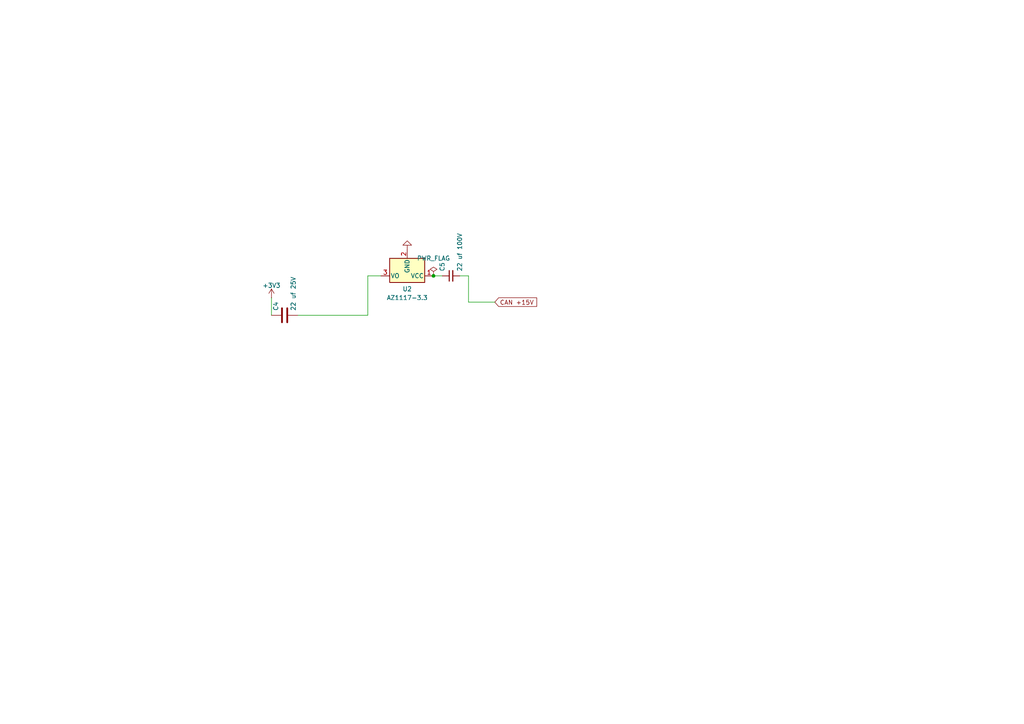
<source format=kicad_sch>
(kicad_sch (version 20231120) (generator "eeschema") (generator_version "8.0")
  (paper "A4")
  (lib_symbols
    (symbol "Device:C" (pin_numbers hide) (pin_names (offset 0.254))
      (property "Reference" "C" (at 0.635 2.54 0))
      (property "Value" "C" (at 0.635 -2.54 0))
      (symbol "C_0_1"
        (polyline (pts (xy -2.032 -0.762) (xy 2.032 -0.762)) (stroke (width 0.508)))
        (polyline (pts (xy -2.032 0.762) (xy 2.032 0.762)) (stroke (width 0.508)))
      )
      (symbol "C_1_1"
        (pin passive line (at 0 3.81 270) (length 2.794) (name "~") (number "1"))
        (pin passive line (at 0 -3.81 90) (length 2.794) (name "~") (number "2"))
      )
    )
    (symbol "Device:C_Small" (pin_numbers hide) (pin_names (offset 0.254) hide)
      (property "Reference" "C" (at 0.254 1.778 0))
      (property "Value" "C_Small" (at 0.254 -2.032 0))
      (symbol "C_Small_0_1"
        (polyline (pts (xy -1.524 -0.508) (xy 1.524 -0.508)) (stroke (width 0.3302)))
        (polyline (pts (xy -1.524 0.508) (xy 1.524 0.508)) (stroke (width 0.3048)))
      )
      (symbol "C_Small_1_1"
        (pin passive line (at 0 2.54 270) (length 2.032) (name "~") (number "1"))
        (pin passive line (at 0 -2.54 90) (length 2.032) (name "~") (number "2"))
      )
    )
    (symbol "Regulator_Linear:AZ1117-3.3" (pin_names (offset 0.254))
      (property "Reference" "U3" (at 0 3.81 0))
      (property "Value" "BD33C0AFP-CE2" (at 0 6.35 0))
      (symbol "AZ1117-3.3_0_1"
        (rectangle (start -5.08 1.905) (end 5.08 -5.08) (stroke (width 0.254)) (fill (type background)))
      )
      (symbol "AZ1117-3.3_1_1"
        (pin power_in line (at -7.62 0 0) (length 2.54) (name "VCC") (number "1"))
        (pin power_in line (at 0 -7.62 90) (length 2.54) (name "GND") (number "2"))
        (pin power_out line (at 7.62 0 180) (length 2.54) (name "VO") (number "3"))
      )
    )
    (symbol "power:+3V3" (power) (pin_numbers hide) (pin_names (offset 0) hide)
      (property "Value" "+3V3" (at 0 3.556 0))
      (symbol "+3V3_0_1"
        (polyline (pts (xy -0.762 1.27) (xy 0 2.54)))
        (polyline (pts (xy 0 0) (xy 0 2.54)))
        (polyline (pts (xy 0 2.54) (xy 0.762 1.27)))
      )
      (symbol "+3V3_1_1"
        (pin power_in line (at 0 0 90) (length 0) (name "~") (number "1"))
      )
    )
    (symbol "power:GND" (power) (pin_numbers hide) (pin_names (offset 0) hide)
      (property "Value" "GND" (at 0 -3.81 0))
      (symbol "GND_0_1"
        (polyline (pts (xy 0 0) (xy 0 -1.27) (xy 1.27 -1.27) (xy 0 -2.54) (xy -1.27 -1.27) (xy 0 -1.27)))
      )
      (symbol "GND_1_1"
        (pin power_in line (at 0 0 270) (length 0) (name "~") (number "1"))
      )
    )
    (symbol "power:PWR_FLAG" (power) (pin_numbers hide) (pin_names (offset 0) hide)
      (property "Value" "PWR_FLAG" (at 0 3.81 0))
      (symbol "PWR_FLAG_0_0"
        (pin power_out line (at 0 0 90) (length 0) (name "~") (number "1"))
      )
      (symbol "PWR_FLAG_0_1"
        (polyline (pts (xy 0 0) (xy 0 1.27) (xy -1.016 1.905) (xy 0 2.54) (xy 1.016 1.905) (xy 0 1.27)))
      )
    )
  )
  (junction (at 125.73 80.01))
  (wire (pts (xy 135.89 80.01) (xy 135.89 87.63)))
  (wire (pts (xy 133.35 80.01) (xy 135.89 80.01)))
  (wire (pts (xy 78.74 86.36) (xy 78.74 91.44)))
  (wire (pts (xy 86.36 91.44) (xy 106.68 91.44)))
  (wire (pts (xy 106.68 80.01) (xy 106.68 91.44)))
  (wire (pts (xy 125.73 80.01) (xy 128.27 80.01)))
  (wire (pts (xy 135.89 87.63) (xy 143.51 87.63)))
  (wire (pts (xy 106.68 80.01) (xy 110.49 80.01)))
  (global_label "CAN +15V" (shape input) (at 143.51 87.63 0) (property "Intersheetrefs" "${INTERSHEET_REFS}" (effects (hide yes))))
  (symbol (lib_id "power:GND") (at 118.11 72.39 180) (unit 1)
    (property "Reference" "#PWR09" (effects (hide yes)))
    (property "Value" "GND" (effects (hide yes)))
    (property "Description" "Power symbol creates a global label with name \"GND\" , ground" (effects (hide yes)))
  )
  (symbol (lib_id "Device:C_Small") (at 130.81 80.01 90) (unit 1)
    (property "Reference" "C5" (at 128.27 78.74 0) (effects (justify left)))
    (property "Value" "22 uf 100V" (at 133.35 78.74 0) (effects (justify left)))
    (property "Footprint" "Capacitor_SMD:C_0805_2012Metric" (effects (hide yes)))
    (property "Description" "Unpolarized capacitor, small symbol" (effects (hide yes)))
  )
  (symbol (lib_id "Device:C") (at 82.55 91.44 90) (unit 1)
    (property "Reference" "C4" (at 80.01 90.17 0) (effects (justify left)))
    (property "Value" "22 uf 25V" (at 85.09 90.17 0) (effects (justify left)))
    (property "Footprint" "Capacitor_SMD:C_0805_2012Metric" (effects (hide yes)))
    (property "Description" "Unpolarized capacitor" (effects (hide yes)))
  )
  (symbol (lib_id "power:PWR_FLAG") (at 125.73 80.01 0) (unit 1)
    (property "Reference" "#FLG03" (effects (hide yes)))
    (property "Value" "PWR_FLAG" (at 125.73 74.93 0))
    (property "Description" "Special symbol for telling ERC where power comes from" (effects (hide yes)))
  )
  (symbol (lib_id "power:+3V3") (at 78.74 86.36 0) (unit 1)
    (property "Reference" "#PWR08" (effects (hide yes)))
    (property "Value" "+3V3" (at 78.74 82.804 0))
    (property "Description" "Power symbol creates a global label with name \"+3V3\"" (effects (hide yes)))
  )
  (symbol (lib_id "Regulator_Linear:AZ1117-3.3") (at 118.11 80.01 180) (unit 1)
    (property "Reference" "U2" (at 118.11 83.82 0))
    (property "Value" "AZ1117-3.3" (at 118.11 86.36 0))
    (property "Footprint" "PCM_Package_TO_SOT_SMD_AKL:TO-252-2" (effects (hide yes)))
    (property "Datasheet" "https://www.diodes.com/assets/Datasheets/AZ1117.pdf" (effects (hide yes)))
    (property "Description" "1A 20V Fixed LDO Linear Regulator, 3.3V, SOT-89/SOT-223/TO-220/TO-252/TO-263" (effects (hide yes)))
  )
)
</source>
